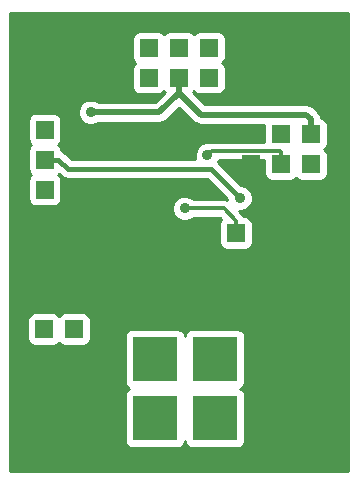
<source format=gbr>
G04 #@! TF.FileFunction,Copper,L1,Top,Signal*
%FSLAX46Y46*%
G04 Gerber Fmt 4.6, Leading zero omitted, Abs format (unit mm)*
G04 Created by KiCad (PCBNEW 0.201509061501+6161~29~ubuntu15.04.1-product) date Po 7. září 2015, 12:31:46 CEST*
%MOMM*%
G01*
G04 APERTURE LIST*
%ADD10C,0.300000*%
%ADD11R,1.524000X1.524000*%
%ADD12C,6.000000*%
%ADD13R,3.810000X3.810000*%
%ADD14C,0.889000*%
%ADD15C,0.500000*%
%ADD16C,0.400000*%
%ADD17C,0.254000*%
G04 APERTURE END LIST*
D10*
D11*
X3810000Y15494000D03*
X6350000Y15494000D03*
X3810000Y12954000D03*
X6350000Y12954000D03*
X3810000Y10414000D03*
X6350000Y10414000D03*
X22606000Y21082000D03*
X20066000Y21082000D03*
X26416000Y26924000D03*
X23876000Y26924000D03*
X26416000Y29464000D03*
X23876000Y29464000D03*
X20320000Y36766500D03*
X20320000Y34226500D03*
X17780000Y36766500D03*
X17780000Y34226500D03*
X15240000Y36766500D03*
X15240000Y34226500D03*
X12700000Y36766500D03*
X12700000Y34226500D03*
X10160000Y36766500D03*
X10160000Y34226500D03*
D12*
X5080000Y35560000D03*
X25400000Y5080000D03*
X25400000Y35560000D03*
X5080000Y5080000D03*
D13*
X18288000Y5414000D03*
X18288000Y10414000D03*
X13208000Y5414000D03*
X13208000Y10414000D03*
D11*
X3873500Y24765000D03*
X3873500Y27305000D03*
X3873500Y29845000D03*
X21336000Y26924000D03*
X21336000Y29464000D03*
D14*
X7757524Y31309999D03*
X15748000Y23177500D03*
X17653000Y27686000D03*
X20402158Y24041436D03*
D15*
X13585499Y31309999D02*
X12558207Y31309999D01*
X12558207Y31309999D02*
X7757524Y31309999D01*
X15240000Y32964500D02*
X13585499Y31309999D01*
X15240000Y34226500D02*
X15240000Y32964500D01*
X15240000Y32964500D02*
X16409241Y31795259D01*
X26027000Y31115000D02*
X17089500Y31115000D01*
X17089500Y31115000D02*
X16409241Y31795259D01*
X26416000Y30726000D02*
X26027000Y31115000D01*
X26416000Y30726000D02*
X26416000Y29464000D01*
D10*
X20066000Y22144000D02*
X20066000Y21082000D01*
X19032500Y23177500D02*
X20066000Y22144000D01*
X15748000Y23177500D02*
X19032500Y23177500D01*
X18003001Y28036001D02*
X17653000Y27686000D01*
X23825999Y28036001D02*
X18003001Y28036001D01*
X23876000Y27986000D02*
X23825999Y28036001D01*
X23876000Y26924000D02*
X23876000Y27986000D01*
D16*
X17919595Y26523999D02*
X20402158Y24041436D01*
X8495526Y26523999D02*
X17919595Y26523999D01*
X5816501Y26523999D02*
X8495526Y26523999D01*
X5035500Y27305000D02*
X5816501Y26523999D01*
X3873500Y27305000D02*
X5035500Y27305000D01*
D17*
G36*
X29541000Y939000D02*
X27825440Y939000D01*
X27825440Y26162000D01*
X27825440Y27686000D01*
X27778463Y27928123D01*
X27638673Y28140927D01*
X27560458Y28193723D01*
X27632927Y28241327D01*
X27775377Y28452360D01*
X27825440Y28702000D01*
X27825440Y30226000D01*
X27778463Y30468123D01*
X27638673Y30680927D01*
X27427640Y30823377D01*
X27275564Y30853875D01*
X27233633Y31064675D01*
X27041790Y31351790D01*
X27041786Y31351793D01*
X26652790Y31740790D01*
X26365675Y31932633D01*
X26309484Y31943811D01*
X26027000Y32000001D01*
X26026994Y32000000D01*
X17456079Y32000000D01*
X17035031Y32421049D01*
X17035027Y32421052D01*
X16454105Y33001974D01*
X16456927Y33003827D01*
X16509722Y33082042D01*
X16557327Y33009573D01*
X16768360Y32867123D01*
X17018000Y32817060D01*
X18542000Y32817060D01*
X18784123Y32864037D01*
X18996927Y33003827D01*
X19139377Y33214860D01*
X19189440Y33464500D01*
X19189440Y34988500D01*
X19142463Y35230623D01*
X19002673Y35443427D01*
X18924458Y35496223D01*
X18996927Y35543827D01*
X19139377Y35754860D01*
X19189440Y36004500D01*
X19189440Y37528500D01*
X19142463Y37770623D01*
X19002673Y37983427D01*
X18791640Y38125877D01*
X18542000Y38175940D01*
X17018000Y38175940D01*
X16775877Y38128963D01*
X16563073Y37989173D01*
X16510277Y37910959D01*
X16462673Y37983427D01*
X16251640Y38125877D01*
X16002000Y38175940D01*
X14478000Y38175940D01*
X14235877Y38128963D01*
X14023073Y37989173D01*
X13970277Y37910959D01*
X13922673Y37983427D01*
X13711640Y38125877D01*
X13462000Y38175940D01*
X11938000Y38175940D01*
X11695877Y38128963D01*
X11483073Y37989173D01*
X11340623Y37778140D01*
X11290560Y37528500D01*
X11290560Y36004500D01*
X11337537Y35762377D01*
X11477327Y35549573D01*
X11555541Y35496778D01*
X11483073Y35449173D01*
X11340623Y35238140D01*
X11290560Y34988500D01*
X11290560Y33464500D01*
X11337537Y33222377D01*
X11477327Y33009573D01*
X11688360Y32867123D01*
X11938000Y32817060D01*
X13462000Y32817060D01*
X13704123Y32864037D01*
X13916927Y33003827D01*
X13969722Y33082042D01*
X14017327Y33009573D01*
X14026978Y33003059D01*
X13218919Y32194999D01*
X12558207Y32194999D01*
X8399380Y32194999D01*
X8369810Y32224621D01*
X7973192Y32389312D01*
X7543740Y32389686D01*
X7146835Y32225688D01*
X6842902Y31922285D01*
X6678211Y31525667D01*
X6677837Y31096215D01*
X6841835Y30699310D01*
X7145238Y30395377D01*
X7541856Y30230686D01*
X7971308Y30230312D01*
X8368213Y30394310D01*
X8398955Y30424999D01*
X12558207Y30424999D01*
X13585493Y30424999D01*
X13585499Y30424998D01*
X13585499Y30424999D01*
X13867983Y30481189D01*
X13924173Y30492366D01*
X13924174Y30492366D01*
X14211289Y30684209D01*
X15239999Y31712921D01*
X15783448Y31169473D01*
X15783451Y31169469D01*
X16463707Y30489214D01*
X16463710Y30489210D01*
X16463711Y30489210D01*
X16655554Y30361025D01*
X16750825Y30297367D01*
X16750826Y30297366D01*
X17089500Y30229999D01*
X17089500Y30230000D01*
X17089505Y30230000D01*
X22467362Y30230000D01*
X22466560Y30226000D01*
X22466560Y28821001D01*
X18003001Y28821001D01*
X17723675Y28765440D01*
X17723674Y28765440D01*
X17439216Y28765687D01*
X17042311Y28601689D01*
X16738378Y28298286D01*
X16573687Y27901668D01*
X16573313Y27472216D01*
X16620093Y27358999D01*
X8495526Y27358999D01*
X6162368Y27358999D01*
X5625934Y27895434D01*
X5355041Y28076439D01*
X5278140Y28091736D01*
X5235963Y28309123D01*
X5096173Y28521927D01*
X5017958Y28574723D01*
X5090427Y28622327D01*
X5232877Y28833360D01*
X5282940Y29083000D01*
X5282940Y30607000D01*
X5235963Y30849123D01*
X5096173Y31061927D01*
X4885140Y31204377D01*
X4635500Y31254440D01*
X3111500Y31254440D01*
X2869377Y31207463D01*
X2656573Y31067673D01*
X2514123Y30856640D01*
X2464060Y30607000D01*
X2464060Y29083000D01*
X2511037Y28840877D01*
X2650827Y28628073D01*
X2729041Y28575278D01*
X2656573Y28527673D01*
X2514123Y28316640D01*
X2464060Y28067000D01*
X2464060Y26543000D01*
X2511037Y26300877D01*
X2650827Y26088073D01*
X2729041Y26035278D01*
X2656573Y25987673D01*
X2514123Y25776640D01*
X2464060Y25527000D01*
X2464060Y24003000D01*
X2511037Y23760877D01*
X2650827Y23548073D01*
X2861860Y23405623D01*
X3111500Y23355560D01*
X4635500Y23355560D01*
X4877623Y23402537D01*
X5090427Y23542327D01*
X5232877Y23753360D01*
X5282940Y24003000D01*
X5282940Y25527000D01*
X5235963Y25769123D01*
X5096173Y25981927D01*
X5017958Y26034723D01*
X5082507Y26077125D01*
X5226067Y25933565D01*
X5496960Y25752560D01*
X5496961Y25752560D01*
X5816501Y25688999D01*
X8495526Y25688999D01*
X17573727Y25688999D01*
X19322568Y23940158D01*
X19322538Y23904808D01*
X19032500Y23962500D01*
X16489681Y23962500D01*
X16360286Y24092122D01*
X15963668Y24256813D01*
X15534216Y24257187D01*
X15137311Y24093189D01*
X14833378Y23789786D01*
X14668687Y23393168D01*
X14668313Y22963716D01*
X14832311Y22566811D01*
X15135714Y22262878D01*
X15532332Y22098187D01*
X15961784Y22097813D01*
X16358689Y22261811D01*
X16489606Y22392500D01*
X18707342Y22392500D01*
X18827350Y22272492D01*
X18706623Y22093640D01*
X18656560Y21844000D01*
X18656560Y20320000D01*
X18703537Y20077877D01*
X18843327Y19865073D01*
X19054360Y19722623D01*
X19304000Y19672560D01*
X20828000Y19672560D01*
X21070123Y19719537D01*
X21282927Y19859327D01*
X21425377Y20070360D01*
X21475440Y20320000D01*
X21475440Y21844000D01*
X21428463Y22086123D01*
X21288673Y22298927D01*
X21077640Y22441377D01*
X20828000Y22491440D01*
X20759818Y22491440D01*
X20621079Y22699079D01*
X20358184Y22961974D01*
X20615942Y22961749D01*
X21012847Y23125747D01*
X21316780Y23429150D01*
X21481471Y23825768D01*
X21481845Y24255220D01*
X21317847Y24652125D01*
X21014444Y24956058D01*
X20617826Y25120749D01*
X20503613Y25120849D01*
X18559177Y27065285D01*
X18567622Y27073714D01*
X18641238Y27251001D01*
X22466560Y27251001D01*
X22466560Y26162000D01*
X22513537Y25919877D01*
X22653327Y25707073D01*
X22864360Y25564623D01*
X23114000Y25514560D01*
X24638000Y25514560D01*
X24880123Y25561537D01*
X25092927Y25701327D01*
X25145722Y25779542D01*
X25193327Y25707073D01*
X25404360Y25564623D01*
X25654000Y25514560D01*
X27178000Y25514560D01*
X27420123Y25561537D01*
X27632927Y25701327D01*
X27775377Y25912360D01*
X27825440Y26162000D01*
X27825440Y939000D01*
X20840440Y939000D01*
X20840440Y3509000D01*
X20840440Y7319000D01*
X20793463Y7561123D01*
X20653673Y7773927D01*
X20444818Y7914907D01*
X20647927Y8048327D01*
X20790377Y8259360D01*
X20840440Y8509000D01*
X20840440Y12319000D01*
X20793463Y12561123D01*
X20653673Y12773927D01*
X20442640Y12916377D01*
X20193000Y12966440D01*
X16383000Y12966440D01*
X16140877Y12919463D01*
X15928073Y12779673D01*
X15785623Y12568640D01*
X15748205Y12382058D01*
X15713463Y12561123D01*
X15573673Y12773927D01*
X15362640Y12916377D01*
X15113000Y12966440D01*
X11303000Y12966440D01*
X11060877Y12919463D01*
X10848073Y12779673D01*
X10705623Y12568640D01*
X10655560Y12319000D01*
X10655560Y8509000D01*
X10702537Y8266877D01*
X10842327Y8054073D01*
X11051181Y7913094D01*
X10848073Y7779673D01*
X10705623Y7568640D01*
X10655560Y7319000D01*
X10655560Y3509000D01*
X10702537Y3266877D01*
X10842327Y3054073D01*
X11053360Y2911623D01*
X11303000Y2861560D01*
X15113000Y2861560D01*
X15355123Y2908537D01*
X15567927Y3048327D01*
X15710377Y3259360D01*
X15747794Y3445943D01*
X15782537Y3266877D01*
X15922327Y3054073D01*
X16133360Y2911623D01*
X16383000Y2861560D01*
X20193000Y2861560D01*
X20435123Y2908537D01*
X20647927Y3048327D01*
X20790377Y3259360D01*
X20840440Y3509000D01*
X20840440Y939000D01*
X7759440Y939000D01*
X7759440Y12192000D01*
X7759440Y13716000D01*
X7712463Y13958123D01*
X7572673Y14170927D01*
X7361640Y14313377D01*
X7112000Y14363440D01*
X5588000Y14363440D01*
X5345877Y14316463D01*
X5133073Y14176673D01*
X5080277Y14098459D01*
X5032673Y14170927D01*
X4821640Y14313377D01*
X4572000Y14363440D01*
X3048000Y14363440D01*
X2805877Y14316463D01*
X2593073Y14176673D01*
X2450623Y13965640D01*
X2400560Y13716000D01*
X2400560Y12192000D01*
X2447537Y11949877D01*
X2587327Y11737073D01*
X2798360Y11594623D01*
X3048000Y11544560D01*
X4572000Y11544560D01*
X4814123Y11591537D01*
X5026927Y11731327D01*
X5079722Y11809542D01*
X5127327Y11737073D01*
X5338360Y11594623D01*
X5588000Y11544560D01*
X7112000Y11544560D01*
X7354123Y11591537D01*
X7566927Y11731327D01*
X7709377Y11942360D01*
X7759440Y12192000D01*
X7759440Y939000D01*
X939000Y939000D01*
X939000Y39701000D01*
X29541000Y39701000D01*
X29541000Y939000D01*
X29541000Y939000D01*
G37*
X29541000Y939000D02*
X27825440Y939000D01*
X27825440Y26162000D01*
X27825440Y27686000D01*
X27778463Y27928123D01*
X27638673Y28140927D01*
X27560458Y28193723D01*
X27632927Y28241327D01*
X27775377Y28452360D01*
X27825440Y28702000D01*
X27825440Y30226000D01*
X27778463Y30468123D01*
X27638673Y30680927D01*
X27427640Y30823377D01*
X27275564Y30853875D01*
X27233633Y31064675D01*
X27041790Y31351790D01*
X27041786Y31351793D01*
X26652790Y31740790D01*
X26365675Y31932633D01*
X26309484Y31943811D01*
X26027000Y32000001D01*
X26026994Y32000000D01*
X17456079Y32000000D01*
X17035031Y32421049D01*
X17035027Y32421052D01*
X16454105Y33001974D01*
X16456927Y33003827D01*
X16509722Y33082042D01*
X16557327Y33009573D01*
X16768360Y32867123D01*
X17018000Y32817060D01*
X18542000Y32817060D01*
X18784123Y32864037D01*
X18996927Y33003827D01*
X19139377Y33214860D01*
X19189440Y33464500D01*
X19189440Y34988500D01*
X19142463Y35230623D01*
X19002673Y35443427D01*
X18924458Y35496223D01*
X18996927Y35543827D01*
X19139377Y35754860D01*
X19189440Y36004500D01*
X19189440Y37528500D01*
X19142463Y37770623D01*
X19002673Y37983427D01*
X18791640Y38125877D01*
X18542000Y38175940D01*
X17018000Y38175940D01*
X16775877Y38128963D01*
X16563073Y37989173D01*
X16510277Y37910959D01*
X16462673Y37983427D01*
X16251640Y38125877D01*
X16002000Y38175940D01*
X14478000Y38175940D01*
X14235877Y38128963D01*
X14023073Y37989173D01*
X13970277Y37910959D01*
X13922673Y37983427D01*
X13711640Y38125877D01*
X13462000Y38175940D01*
X11938000Y38175940D01*
X11695877Y38128963D01*
X11483073Y37989173D01*
X11340623Y37778140D01*
X11290560Y37528500D01*
X11290560Y36004500D01*
X11337537Y35762377D01*
X11477327Y35549573D01*
X11555541Y35496778D01*
X11483073Y35449173D01*
X11340623Y35238140D01*
X11290560Y34988500D01*
X11290560Y33464500D01*
X11337537Y33222377D01*
X11477327Y33009573D01*
X11688360Y32867123D01*
X11938000Y32817060D01*
X13462000Y32817060D01*
X13704123Y32864037D01*
X13916927Y33003827D01*
X13969722Y33082042D01*
X14017327Y33009573D01*
X14026978Y33003059D01*
X13218919Y32194999D01*
X12558207Y32194999D01*
X8399380Y32194999D01*
X8369810Y32224621D01*
X7973192Y32389312D01*
X7543740Y32389686D01*
X7146835Y32225688D01*
X6842902Y31922285D01*
X6678211Y31525667D01*
X6677837Y31096215D01*
X6841835Y30699310D01*
X7145238Y30395377D01*
X7541856Y30230686D01*
X7971308Y30230312D01*
X8368213Y30394310D01*
X8398955Y30424999D01*
X12558207Y30424999D01*
X13585493Y30424999D01*
X13585499Y30424998D01*
X13585499Y30424999D01*
X13867983Y30481189D01*
X13924173Y30492366D01*
X13924174Y30492366D01*
X14211289Y30684209D01*
X15239999Y31712921D01*
X15783448Y31169473D01*
X15783451Y31169469D01*
X16463707Y30489214D01*
X16463710Y30489210D01*
X16463711Y30489210D01*
X16655554Y30361025D01*
X16750825Y30297367D01*
X16750826Y30297366D01*
X17089500Y30229999D01*
X17089500Y30230000D01*
X17089505Y30230000D01*
X22467362Y30230000D01*
X22466560Y30226000D01*
X22466560Y28821001D01*
X18003001Y28821001D01*
X17723675Y28765440D01*
X17723674Y28765440D01*
X17439216Y28765687D01*
X17042311Y28601689D01*
X16738378Y28298286D01*
X16573687Y27901668D01*
X16573313Y27472216D01*
X16620093Y27358999D01*
X8495526Y27358999D01*
X6162368Y27358999D01*
X5625934Y27895434D01*
X5355041Y28076439D01*
X5278140Y28091736D01*
X5235963Y28309123D01*
X5096173Y28521927D01*
X5017958Y28574723D01*
X5090427Y28622327D01*
X5232877Y28833360D01*
X5282940Y29083000D01*
X5282940Y30607000D01*
X5235963Y30849123D01*
X5096173Y31061927D01*
X4885140Y31204377D01*
X4635500Y31254440D01*
X3111500Y31254440D01*
X2869377Y31207463D01*
X2656573Y31067673D01*
X2514123Y30856640D01*
X2464060Y30607000D01*
X2464060Y29083000D01*
X2511037Y28840877D01*
X2650827Y28628073D01*
X2729041Y28575278D01*
X2656573Y28527673D01*
X2514123Y28316640D01*
X2464060Y28067000D01*
X2464060Y26543000D01*
X2511037Y26300877D01*
X2650827Y26088073D01*
X2729041Y26035278D01*
X2656573Y25987673D01*
X2514123Y25776640D01*
X2464060Y25527000D01*
X2464060Y24003000D01*
X2511037Y23760877D01*
X2650827Y23548073D01*
X2861860Y23405623D01*
X3111500Y23355560D01*
X4635500Y23355560D01*
X4877623Y23402537D01*
X5090427Y23542327D01*
X5232877Y23753360D01*
X5282940Y24003000D01*
X5282940Y25527000D01*
X5235963Y25769123D01*
X5096173Y25981927D01*
X5017958Y26034723D01*
X5082507Y26077125D01*
X5226067Y25933565D01*
X5496960Y25752560D01*
X5496961Y25752560D01*
X5816501Y25688999D01*
X8495526Y25688999D01*
X17573727Y25688999D01*
X19322568Y23940158D01*
X19322538Y23904808D01*
X19032500Y23962500D01*
X16489681Y23962500D01*
X16360286Y24092122D01*
X15963668Y24256813D01*
X15534216Y24257187D01*
X15137311Y24093189D01*
X14833378Y23789786D01*
X14668687Y23393168D01*
X14668313Y22963716D01*
X14832311Y22566811D01*
X15135714Y22262878D01*
X15532332Y22098187D01*
X15961784Y22097813D01*
X16358689Y22261811D01*
X16489606Y22392500D01*
X18707342Y22392500D01*
X18827350Y22272492D01*
X18706623Y22093640D01*
X18656560Y21844000D01*
X18656560Y20320000D01*
X18703537Y20077877D01*
X18843327Y19865073D01*
X19054360Y19722623D01*
X19304000Y19672560D01*
X20828000Y19672560D01*
X21070123Y19719537D01*
X21282927Y19859327D01*
X21425377Y20070360D01*
X21475440Y20320000D01*
X21475440Y21844000D01*
X21428463Y22086123D01*
X21288673Y22298927D01*
X21077640Y22441377D01*
X20828000Y22491440D01*
X20759818Y22491440D01*
X20621079Y22699079D01*
X20358184Y22961974D01*
X20615942Y22961749D01*
X21012847Y23125747D01*
X21316780Y23429150D01*
X21481471Y23825768D01*
X21481845Y24255220D01*
X21317847Y24652125D01*
X21014444Y24956058D01*
X20617826Y25120749D01*
X20503613Y25120849D01*
X18559177Y27065285D01*
X18567622Y27073714D01*
X18641238Y27251001D01*
X22466560Y27251001D01*
X22466560Y26162000D01*
X22513537Y25919877D01*
X22653327Y25707073D01*
X22864360Y25564623D01*
X23114000Y25514560D01*
X24638000Y25514560D01*
X24880123Y25561537D01*
X25092927Y25701327D01*
X25145722Y25779542D01*
X25193327Y25707073D01*
X25404360Y25564623D01*
X25654000Y25514560D01*
X27178000Y25514560D01*
X27420123Y25561537D01*
X27632927Y25701327D01*
X27775377Y25912360D01*
X27825440Y26162000D01*
X27825440Y939000D01*
X20840440Y939000D01*
X20840440Y3509000D01*
X20840440Y7319000D01*
X20793463Y7561123D01*
X20653673Y7773927D01*
X20444818Y7914907D01*
X20647927Y8048327D01*
X20790377Y8259360D01*
X20840440Y8509000D01*
X20840440Y12319000D01*
X20793463Y12561123D01*
X20653673Y12773927D01*
X20442640Y12916377D01*
X20193000Y12966440D01*
X16383000Y12966440D01*
X16140877Y12919463D01*
X15928073Y12779673D01*
X15785623Y12568640D01*
X15748205Y12382058D01*
X15713463Y12561123D01*
X15573673Y12773927D01*
X15362640Y12916377D01*
X15113000Y12966440D01*
X11303000Y12966440D01*
X11060877Y12919463D01*
X10848073Y12779673D01*
X10705623Y12568640D01*
X10655560Y12319000D01*
X10655560Y8509000D01*
X10702537Y8266877D01*
X10842327Y8054073D01*
X11051181Y7913094D01*
X10848073Y7779673D01*
X10705623Y7568640D01*
X10655560Y7319000D01*
X10655560Y3509000D01*
X10702537Y3266877D01*
X10842327Y3054073D01*
X11053360Y2911623D01*
X11303000Y2861560D01*
X15113000Y2861560D01*
X15355123Y2908537D01*
X15567927Y3048327D01*
X15710377Y3259360D01*
X15747794Y3445943D01*
X15782537Y3266877D01*
X15922327Y3054073D01*
X16133360Y2911623D01*
X16383000Y2861560D01*
X20193000Y2861560D01*
X20435123Y2908537D01*
X20647927Y3048327D01*
X20790377Y3259360D01*
X20840440Y3509000D01*
X20840440Y939000D01*
X7759440Y939000D01*
X7759440Y12192000D01*
X7759440Y13716000D01*
X7712463Y13958123D01*
X7572673Y14170927D01*
X7361640Y14313377D01*
X7112000Y14363440D01*
X5588000Y14363440D01*
X5345877Y14316463D01*
X5133073Y14176673D01*
X5080277Y14098459D01*
X5032673Y14170927D01*
X4821640Y14313377D01*
X4572000Y14363440D01*
X3048000Y14363440D01*
X2805877Y14316463D01*
X2593073Y14176673D01*
X2450623Y13965640D01*
X2400560Y13716000D01*
X2400560Y12192000D01*
X2447537Y11949877D01*
X2587327Y11737073D01*
X2798360Y11594623D01*
X3048000Y11544560D01*
X4572000Y11544560D01*
X4814123Y11591537D01*
X5026927Y11731327D01*
X5079722Y11809542D01*
X5127327Y11737073D01*
X5338360Y11594623D01*
X5588000Y11544560D01*
X7112000Y11544560D01*
X7354123Y11591537D01*
X7566927Y11731327D01*
X7709377Y11942360D01*
X7759440Y12192000D01*
X7759440Y939000D01*
X939000Y939000D01*
X939000Y39701000D01*
X29541000Y39701000D01*
X29541000Y939000D01*
M02*

</source>
